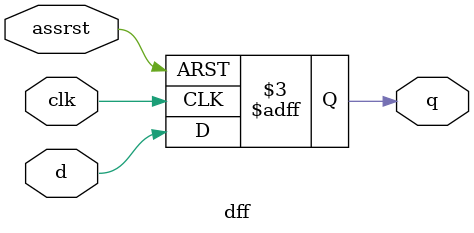
<source format=v>
module dff(d,clk,assrst,q);
  input d;
  input clk;
  input assrst;
  output reg q;
  
  always@(negedge clk or posedge assrst)
    begin 
      if(assrst==1'b1)
        q <= 1'b0; 
      else 
        q <= d;
    end
endmodule

</source>
